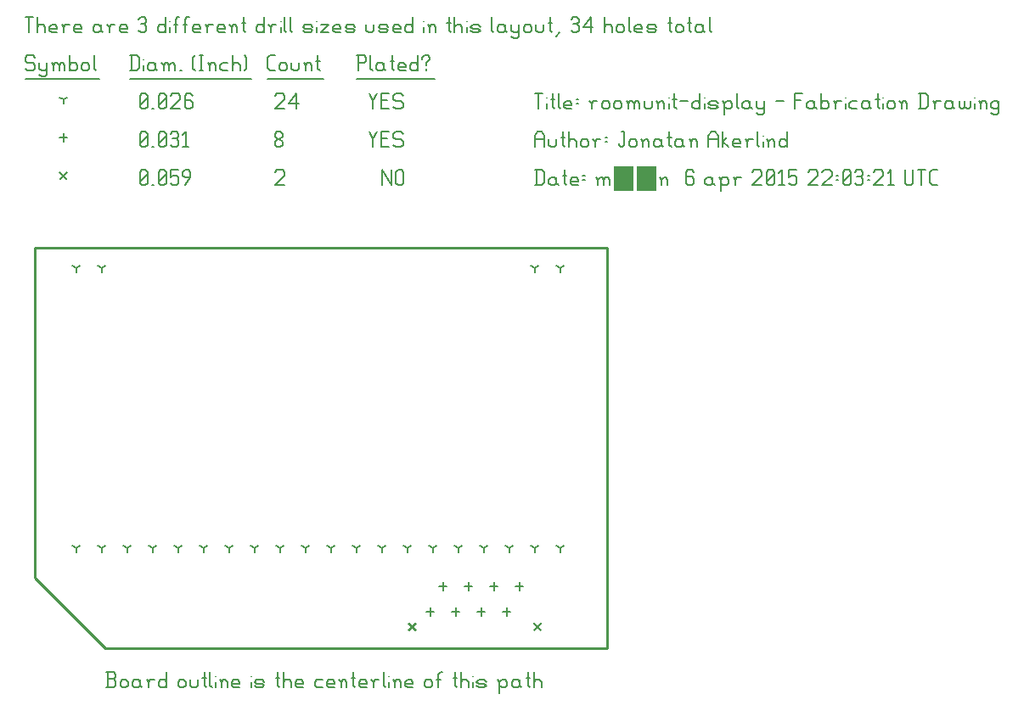
<source format=gbr>
G04 start of page 12 for group -3984 idx -3984 *
G04 Title: roomunit-display, fab *
G04 Creator: pcb 1.99z *
G04 CreationDate: mån  6 apr 2015 22:03:21 UTC *
G04 For: jonatan *
G04 Format: Gerber/RS-274X *
G04 PCB-Dimensions (mil): 2362.20 1653.54 *
G04 PCB-Coordinate-Origin: lower left *
%MOIN*%
%FSLAX25Y25*%
%LNFAB*%
%ADD48C,0.0100*%
%ADD47C,0.0075*%
%ADD46C,0.0060*%
%ADD45C,0.0001*%
G54D45*G36*
X199900Y16320D02*X202866Y13354D01*
X202300Y12789D01*
X199334Y15754D01*
X199900Y16320D01*
G37*
G36*
X199334Y13354D02*X202300Y16320D01*
X202866Y15754D01*
X199900Y12789D01*
X199334Y13354D01*
G37*
G36*
X150700Y16320D02*X153666Y13354D01*
X153100Y12789D01*
X150134Y15754D01*
X150700Y16320D01*
G37*
G36*
X150134Y13354D02*X153100Y16320D01*
X153666Y15754D01*
X150700Y12789D01*
X150134Y13354D01*
G37*
G36*
X13800Y193370D02*X16766Y190404D01*
X16200Y189839D01*
X13234Y192804D01*
X13800Y193370D01*
G37*
G36*
X13234Y190404D02*X16200Y193370D01*
X16766Y192804D01*
X13800Y189839D01*
X13234Y190404D01*
G37*
G54D46*X140000Y193854D02*Y187854D01*
Y193854D02*X143750Y187854D01*
Y193854D02*Y187854D01*
X145550Y193104D02*Y188604D01*
Y193104D02*X146300Y193854D01*
X147800D01*
X148550Y193104D01*
Y188604D01*
X147800Y187854D02*X148550Y188604D01*
X146300Y187854D02*X147800D01*
X145550Y188604D02*X146300Y187854D01*
X98000Y193104D02*X98750Y193854D01*
X101000D01*
X101750Y193104D01*
Y191604D01*
X98000Y187854D02*X101750Y191604D01*
X98000Y187854D02*X101750D01*
X45000Y188604D02*X45750Y187854D01*
X45000Y193104D02*Y188604D01*
Y193104D02*X45750Y193854D01*
X47250D01*
X48000Y193104D01*
Y188604D01*
X47250Y187854D02*X48000Y188604D01*
X45750Y187854D02*X47250D01*
X45000Y189354D02*X48000Y192354D01*
X49800Y187854D02*X50550D01*
X52350Y188604D02*X53100Y187854D01*
X52350Y193104D02*Y188604D01*
Y193104D02*X53100Y193854D01*
X54600D01*
X55350Y193104D01*
Y188604D01*
X54600Y187854D02*X55350Y188604D01*
X53100Y187854D02*X54600D01*
X52350Y189354D02*X55350Y192354D01*
X57150Y193854D02*X60150D01*
X57150D02*Y190854D01*
X57900Y191604D01*
X59400D01*
X60150Y190854D01*
Y188604D01*
X59400Y187854D02*X60150Y188604D01*
X57900Y187854D02*X59400D01*
X57150Y188604D02*X57900Y187854D01*
X62700D02*X64950Y190854D01*
Y193104D02*Y190854D01*
X64200Y193854D02*X64950Y193104D01*
X62700Y193854D02*X64200D01*
X61950Y193104D02*X62700Y193854D01*
X61950Y193104D02*Y191604D01*
X62700Y190854D01*
X64950D01*
X189000Y21954D02*Y18754D01*
X187400Y20354D02*X190600D01*
X179000Y21954D02*Y18754D01*
X177400Y20354D02*X180600D01*
X169000Y21954D02*Y18754D01*
X167400Y20354D02*X170600D01*
X159000Y21954D02*Y18754D01*
X157400Y20354D02*X160600D01*
X184000Y31954D02*Y28754D01*
X182400Y30354D02*X185600D01*
X174000Y31954D02*Y28754D01*
X172400Y30354D02*X175600D01*
X164000Y31954D02*Y28754D01*
X162400Y30354D02*X165600D01*
X194000Y31954D02*Y28754D01*
X192400Y30354D02*X195600D01*
X15000Y208204D02*Y205004D01*
X13400Y206604D02*X16600D01*
X135000Y208854D02*X136500Y205854D01*
X138000Y208854D01*
X136500Y205854D02*Y202854D01*
X139800Y206154D02*X142050D01*
X139800Y202854D02*X142800D01*
X139800Y208854D02*Y202854D01*
Y208854D02*X142800D01*
X147600D02*X148350Y208104D01*
X145350Y208854D02*X147600D01*
X144600Y208104D02*X145350Y208854D01*
X144600Y208104D02*Y206604D01*
X145350Y205854D01*
X147600D01*
X148350Y205104D01*
Y203604D01*
X147600Y202854D02*X148350Y203604D01*
X145350Y202854D02*X147600D01*
X144600Y203604D02*X145350Y202854D01*
X98000Y203604D02*X98750Y202854D01*
X98000Y204804D02*Y203604D01*
Y204804D02*X99050Y205854D01*
X99950D01*
X101000Y204804D01*
Y203604D01*
X100250Y202854D02*X101000Y203604D01*
X98750Y202854D02*X100250D01*
X98000Y206904D02*X99050Y205854D01*
X98000Y208104D02*Y206904D01*
Y208104D02*X98750Y208854D01*
X100250D01*
X101000Y208104D01*
Y206904D01*
X99950Y205854D02*X101000Y206904D01*
X45000Y203604D02*X45750Y202854D01*
X45000Y208104D02*Y203604D01*
Y208104D02*X45750Y208854D01*
X47250D01*
X48000Y208104D01*
Y203604D01*
X47250Y202854D02*X48000Y203604D01*
X45750Y202854D02*X47250D01*
X45000Y204354D02*X48000Y207354D01*
X49800Y202854D02*X50550D01*
X52350Y203604D02*X53100Y202854D01*
X52350Y208104D02*Y203604D01*
Y208104D02*X53100Y208854D01*
X54600D01*
X55350Y208104D01*
Y203604D01*
X54600Y202854D02*X55350Y203604D01*
X53100Y202854D02*X54600D01*
X52350Y204354D02*X55350Y207354D01*
X57150Y208104D02*X57900Y208854D01*
X59400D01*
X60150Y208104D01*
X59400Y202854D02*X60150Y203604D01*
X57900Y202854D02*X59400D01*
X57150Y203604D02*X57900Y202854D01*
Y206154D02*X59400D01*
X60150Y208104D02*Y206904D01*
Y205404D02*Y203604D01*
Y205404D02*X59400Y206154D01*
X60150Y206904D02*X59400Y206154D01*
X61950Y207654D02*X63150Y208854D01*
Y202854D01*
X61950D02*X64200D01*
X20000Y155354D02*Y153754D01*
Y155354D02*X21387Y156154D01*
X20000Y155354D02*X18613Y156154D01*
X30000Y155354D02*Y153754D01*
Y155354D02*X31387Y156154D01*
X30000Y155354D02*X28613Y156154D01*
X200000Y155354D02*Y153754D01*
Y155354D02*X201387Y156154D01*
X200000Y155354D02*X198613Y156154D01*
X210000Y155354D02*Y153754D01*
Y155354D02*X211387Y156154D01*
X210000Y155354D02*X208613Y156154D01*
X210000Y45354D02*Y43754D01*
Y45354D02*X211387Y46154D01*
X210000Y45354D02*X208613Y46154D01*
X200000Y45354D02*Y43754D01*
Y45354D02*X201387Y46154D01*
X200000Y45354D02*X198613Y46154D01*
X190000Y45354D02*Y43754D01*
Y45354D02*X191387Y46154D01*
X190000Y45354D02*X188613Y46154D01*
X180000Y45354D02*Y43754D01*
Y45354D02*X181387Y46154D01*
X180000Y45354D02*X178613Y46154D01*
X170000Y45354D02*Y43754D01*
Y45354D02*X171387Y46154D01*
X170000Y45354D02*X168613Y46154D01*
X160000Y45354D02*Y43754D01*
Y45354D02*X161387Y46154D01*
X160000Y45354D02*X158613Y46154D01*
X150000Y45354D02*Y43754D01*
Y45354D02*X151387Y46154D01*
X150000Y45354D02*X148613Y46154D01*
X140000Y45354D02*Y43754D01*
Y45354D02*X141387Y46154D01*
X140000Y45354D02*X138613Y46154D01*
X130000Y45354D02*Y43754D01*
Y45354D02*X131387Y46154D01*
X130000Y45354D02*X128613Y46154D01*
X120000Y45354D02*Y43754D01*
Y45354D02*X121387Y46154D01*
X120000Y45354D02*X118613Y46154D01*
X110000Y45354D02*Y43754D01*
Y45354D02*X111387Y46154D01*
X110000Y45354D02*X108613Y46154D01*
X100000Y45354D02*Y43754D01*
Y45354D02*X101387Y46154D01*
X100000Y45354D02*X98613Y46154D01*
X90000Y45354D02*Y43754D01*
Y45354D02*X91387Y46154D01*
X90000Y45354D02*X88613Y46154D01*
X80000Y45354D02*Y43754D01*
Y45354D02*X81387Y46154D01*
X80000Y45354D02*X78613Y46154D01*
X70000Y45354D02*Y43754D01*
Y45354D02*X71387Y46154D01*
X70000Y45354D02*X68613Y46154D01*
X60000Y45354D02*Y43754D01*
Y45354D02*X61387Y46154D01*
X60000Y45354D02*X58613Y46154D01*
X50000Y45354D02*Y43754D01*
Y45354D02*X51387Y46154D01*
X50000Y45354D02*X48613Y46154D01*
X40000Y45354D02*Y43754D01*
Y45354D02*X41387Y46154D01*
X40000Y45354D02*X38613Y46154D01*
X30000Y45354D02*Y43754D01*
Y45354D02*X31387Y46154D01*
X30000Y45354D02*X28613Y46154D01*
X20000Y45354D02*Y43754D01*
Y45354D02*X21387Y46154D01*
X20000Y45354D02*X18613Y46154D01*
X15000Y221604D02*Y220004D01*
Y221604D02*X16387Y222404D01*
X15000Y221604D02*X13613Y222404D01*
X135000Y223854D02*X136500Y220854D01*
X138000Y223854D01*
X136500Y220854D02*Y217854D01*
X139800Y221154D02*X142050D01*
X139800Y217854D02*X142800D01*
X139800Y223854D02*Y217854D01*
Y223854D02*X142800D01*
X147600D02*X148350Y223104D01*
X145350Y223854D02*X147600D01*
X144600Y223104D02*X145350Y223854D01*
X144600Y223104D02*Y221604D01*
X145350Y220854D01*
X147600D01*
X148350Y220104D01*
Y218604D01*
X147600Y217854D02*X148350Y218604D01*
X145350Y217854D02*X147600D01*
X144600Y218604D02*X145350Y217854D01*
X98000Y223104D02*X98750Y223854D01*
X101000D01*
X101750Y223104D01*
Y221604D01*
X98000Y217854D02*X101750Y221604D01*
X98000Y217854D02*X101750D01*
X103550Y220104D02*X106550Y223854D01*
X103550Y220104D02*X107300D01*
X106550Y223854D02*Y217854D01*
X45000Y218604D02*X45750Y217854D01*
X45000Y223104D02*Y218604D01*
Y223104D02*X45750Y223854D01*
X47250D01*
X48000Y223104D01*
Y218604D01*
X47250Y217854D02*X48000Y218604D01*
X45750Y217854D02*X47250D01*
X45000Y219354D02*X48000Y222354D01*
X49800Y217854D02*X50550D01*
X52350Y218604D02*X53100Y217854D01*
X52350Y223104D02*Y218604D01*
Y223104D02*X53100Y223854D01*
X54600D01*
X55350Y223104D01*
Y218604D01*
X54600Y217854D02*X55350Y218604D01*
X53100Y217854D02*X54600D01*
X52350Y219354D02*X55350Y222354D01*
X57150Y223104D02*X57900Y223854D01*
X60150D01*
X60900Y223104D01*
Y221604D01*
X57150Y217854D02*X60900Y221604D01*
X57150Y217854D02*X60900D01*
X64950Y223854D02*X65700Y223104D01*
X63450Y223854D02*X64950D01*
X62700Y223104D02*X63450Y223854D01*
X62700Y223104D02*Y218604D01*
X63450Y217854D01*
X64950Y221154D02*X65700Y220404D01*
X62700Y221154D02*X64950D01*
X63450Y217854D02*X64950D01*
X65700Y218604D01*
Y220404D02*Y218604D01*
X3000Y238854D02*X3750Y238104D01*
X750Y238854D02*X3000D01*
X0Y238104D02*X750Y238854D01*
X0Y238104D02*Y236604D01*
X750Y235854D01*
X3000D01*
X3750Y235104D01*
Y233604D01*
X3000Y232854D02*X3750Y233604D01*
X750Y232854D02*X3000D01*
X0Y233604D02*X750Y232854D01*
X5550Y235854D02*Y233604D01*
X6300Y232854D01*
X8550Y235854D02*Y231354D01*
X7800Y230604D02*X8550Y231354D01*
X6300Y230604D02*X7800D01*
X5550Y231354D02*X6300Y230604D01*
Y232854D02*X7800D01*
X8550Y233604D01*
X11100Y235104D02*Y232854D01*
Y235104D02*X11850Y235854D01*
X12600D01*
X13350Y235104D01*
Y232854D01*
Y235104D02*X14100Y235854D01*
X14850D01*
X15600Y235104D01*
Y232854D01*
X10350Y235854D02*X11100Y235104D01*
X17400Y238854D02*Y232854D01*
Y233604D02*X18150Y232854D01*
X19650D01*
X20400Y233604D01*
Y235104D02*Y233604D01*
X19650Y235854D02*X20400Y235104D01*
X18150Y235854D02*X19650D01*
X17400Y235104D02*X18150Y235854D01*
X22200Y235104D02*Y233604D01*
Y235104D02*X22950Y235854D01*
X24450D01*
X25200Y235104D01*
Y233604D01*
X24450Y232854D02*X25200Y233604D01*
X22950Y232854D02*X24450D01*
X22200Y233604D02*X22950Y232854D01*
X27000Y238854D02*Y233604D01*
X27750Y232854D01*
X0Y229604D02*X29250D01*
X41750Y238854D02*Y232854D01*
X43700Y238854D02*X44750Y237804D01*
Y233904D01*
X43700Y232854D02*X44750Y233904D01*
X41000Y232854D02*X43700D01*
X41000Y238854D02*X43700D01*
G54D47*X46550Y237354D02*Y237204D01*
G54D46*Y235104D02*Y232854D01*
X50300Y235854D02*X51050Y235104D01*
X48800Y235854D02*X50300D01*
X48050Y235104D02*X48800Y235854D01*
X48050Y235104D02*Y233604D01*
X48800Y232854D01*
X51050Y235854D02*Y233604D01*
X51800Y232854D01*
X48800D02*X50300D01*
X51050Y233604D01*
X54350Y235104D02*Y232854D01*
Y235104D02*X55100Y235854D01*
X55850D01*
X56600Y235104D01*
Y232854D01*
Y235104D02*X57350Y235854D01*
X58100D01*
X58850Y235104D01*
Y232854D01*
X53600Y235854D02*X54350Y235104D01*
X60650Y232854D02*X61400D01*
X65900Y233604D02*X66650Y232854D01*
X65900Y238104D02*X66650Y238854D01*
X65900Y238104D02*Y233604D01*
X68450Y238854D02*X69950D01*
X69200D02*Y232854D01*
X68450D02*X69950D01*
X72500Y235104D02*Y232854D01*
Y235104D02*X73250Y235854D01*
X74000D01*
X74750Y235104D01*
Y232854D01*
X71750Y235854D02*X72500Y235104D01*
X77300Y235854D02*X79550D01*
X76550Y235104D02*X77300Y235854D01*
X76550Y235104D02*Y233604D01*
X77300Y232854D01*
X79550D01*
X81350Y238854D02*Y232854D01*
Y235104D02*X82100Y235854D01*
X83600D01*
X84350Y235104D01*
Y232854D01*
X86150Y238854D02*X86900Y238104D01*
Y233604D01*
X86150Y232854D02*X86900Y233604D01*
X41000Y229604D02*X88700D01*
X96050Y232854D02*X98000D01*
X95000Y233904D02*X96050Y232854D01*
X95000Y237804D02*Y233904D01*
Y237804D02*X96050Y238854D01*
X98000D01*
X99800Y235104D02*Y233604D01*
Y235104D02*X100550Y235854D01*
X102050D01*
X102800Y235104D01*
Y233604D01*
X102050Y232854D02*X102800Y233604D01*
X100550Y232854D02*X102050D01*
X99800Y233604D02*X100550Y232854D01*
X104600Y235854D02*Y233604D01*
X105350Y232854D01*
X106850D01*
X107600Y233604D01*
Y235854D02*Y233604D01*
X110150Y235104D02*Y232854D01*
Y235104D02*X110900Y235854D01*
X111650D01*
X112400Y235104D01*
Y232854D01*
X109400Y235854D02*X110150Y235104D01*
X114950Y238854D02*Y233604D01*
X115700Y232854D01*
X114200Y236604D02*X115700D01*
X95000Y229604D02*X117200D01*
X130750Y238854D02*Y232854D01*
X130000Y238854D02*X133000D01*
X133750Y238104D01*
Y236604D01*
X133000Y235854D02*X133750Y236604D01*
X130750Y235854D02*X133000D01*
X135550Y238854D02*Y233604D01*
X136300Y232854D01*
X140050Y235854D02*X140800Y235104D01*
X138550Y235854D02*X140050D01*
X137800Y235104D02*X138550Y235854D01*
X137800Y235104D02*Y233604D01*
X138550Y232854D01*
X140800Y235854D02*Y233604D01*
X141550Y232854D01*
X138550D02*X140050D01*
X140800Y233604D01*
X144100Y238854D02*Y233604D01*
X144850Y232854D01*
X143350Y236604D02*X144850D01*
X147100Y232854D02*X149350D01*
X146350Y233604D02*X147100Y232854D01*
X146350Y235104D02*Y233604D01*
Y235104D02*X147100Y235854D01*
X148600D01*
X149350Y235104D01*
X146350Y234354D02*X149350D01*
Y235104D02*Y234354D01*
X154150Y238854D02*Y232854D01*
X153400D02*X154150Y233604D01*
X151900Y232854D02*X153400D01*
X151150Y233604D02*X151900Y232854D01*
X151150Y235104D02*Y233604D01*
Y235104D02*X151900Y235854D01*
X153400D01*
X154150Y235104D01*
X157450Y235854D02*Y235104D01*
Y233604D02*Y232854D01*
X155950Y238104D02*Y237354D01*
Y238104D02*X156700Y238854D01*
X158200D01*
X158950Y238104D01*
Y237354D01*
X157450Y235854D02*X158950Y237354D01*
X130000Y229604D02*X160750D01*
X0Y253854D02*X3000D01*
X1500D02*Y247854D01*
X4800Y253854D02*Y247854D01*
Y250104D02*X5550Y250854D01*
X7050D01*
X7800Y250104D01*
Y247854D01*
X10350D02*X12600D01*
X9600Y248604D02*X10350Y247854D01*
X9600Y250104D02*Y248604D01*
Y250104D02*X10350Y250854D01*
X11850D01*
X12600Y250104D01*
X9600Y249354D02*X12600D01*
Y250104D02*Y249354D01*
X15150Y250104D02*Y247854D01*
Y250104D02*X15900Y250854D01*
X17400D01*
X14400D02*X15150Y250104D01*
X19950Y247854D02*X22200D01*
X19200Y248604D02*X19950Y247854D01*
X19200Y250104D02*Y248604D01*
Y250104D02*X19950Y250854D01*
X21450D01*
X22200Y250104D01*
X19200Y249354D02*X22200D01*
Y250104D02*Y249354D01*
X28950Y250854D02*X29700Y250104D01*
X27450Y250854D02*X28950D01*
X26700Y250104D02*X27450Y250854D01*
X26700Y250104D02*Y248604D01*
X27450Y247854D01*
X29700Y250854D02*Y248604D01*
X30450Y247854D01*
X27450D02*X28950D01*
X29700Y248604D01*
X33000Y250104D02*Y247854D01*
Y250104D02*X33750Y250854D01*
X35250D01*
X32250D02*X33000Y250104D01*
X37800Y247854D02*X40050D01*
X37050Y248604D02*X37800Y247854D01*
X37050Y250104D02*Y248604D01*
Y250104D02*X37800Y250854D01*
X39300D01*
X40050Y250104D01*
X37050Y249354D02*X40050D01*
Y250104D02*Y249354D01*
X44550Y253104D02*X45300Y253854D01*
X46800D01*
X47550Y253104D01*
X46800Y247854D02*X47550Y248604D01*
X45300Y247854D02*X46800D01*
X44550Y248604D02*X45300Y247854D01*
Y251154D02*X46800D01*
X47550Y253104D02*Y251904D01*
Y250404D02*Y248604D01*
Y250404D02*X46800Y251154D01*
X47550Y251904D02*X46800Y251154D01*
X55050Y253854D02*Y247854D01*
X54300D02*X55050Y248604D01*
X52800Y247854D02*X54300D01*
X52050Y248604D02*X52800Y247854D01*
X52050Y250104D02*Y248604D01*
Y250104D02*X52800Y250854D01*
X54300D01*
X55050Y250104D01*
G54D47*X56850Y252354D02*Y252204D01*
G54D46*Y250104D02*Y247854D01*
X59100Y253104D02*Y247854D01*
Y253104D02*X59850Y253854D01*
X60600D01*
X58350Y250854D02*X59850D01*
X62850Y253104D02*Y247854D01*
Y253104D02*X63600Y253854D01*
X64350D01*
X62100Y250854D02*X63600D01*
X66600Y247854D02*X68850D01*
X65850Y248604D02*X66600Y247854D01*
X65850Y250104D02*Y248604D01*
Y250104D02*X66600Y250854D01*
X68100D01*
X68850Y250104D01*
X65850Y249354D02*X68850D01*
Y250104D02*Y249354D01*
X71400Y250104D02*Y247854D01*
Y250104D02*X72150Y250854D01*
X73650D01*
X70650D02*X71400Y250104D01*
X76200Y247854D02*X78450D01*
X75450Y248604D02*X76200Y247854D01*
X75450Y250104D02*Y248604D01*
Y250104D02*X76200Y250854D01*
X77700D01*
X78450Y250104D01*
X75450Y249354D02*X78450D01*
Y250104D02*Y249354D01*
X81000Y250104D02*Y247854D01*
Y250104D02*X81750Y250854D01*
X82500D01*
X83250Y250104D01*
Y247854D01*
X80250Y250854D02*X81000Y250104D01*
X85800Y253854D02*Y248604D01*
X86550Y247854D01*
X85050Y251604D02*X86550D01*
X93750Y253854D02*Y247854D01*
X93000D02*X93750Y248604D01*
X91500Y247854D02*X93000D01*
X90750Y248604D02*X91500Y247854D01*
X90750Y250104D02*Y248604D01*
Y250104D02*X91500Y250854D01*
X93000D01*
X93750Y250104D01*
X96300D02*Y247854D01*
Y250104D02*X97050Y250854D01*
X98550D01*
X95550D02*X96300Y250104D01*
G54D47*X100350Y252354D02*Y252204D01*
G54D46*Y250104D02*Y247854D01*
X101850Y253854D02*Y248604D01*
X102600Y247854D01*
X104100Y253854D02*Y248604D01*
X104850Y247854D01*
X109800D02*X112050D01*
X112800Y248604D01*
X112050Y249354D02*X112800Y248604D01*
X109800Y249354D02*X112050D01*
X109050Y250104D02*X109800Y249354D01*
X109050Y250104D02*X109800Y250854D01*
X112050D01*
X112800Y250104D01*
X109050Y248604D02*X109800Y247854D01*
G54D47*X114600Y252354D02*Y252204D01*
G54D46*Y250104D02*Y247854D01*
X116100Y250854D02*X119100D01*
X116100Y247854D02*X119100Y250854D01*
X116100Y247854D02*X119100D01*
X121650D02*X123900D01*
X120900Y248604D02*X121650Y247854D01*
X120900Y250104D02*Y248604D01*
Y250104D02*X121650Y250854D01*
X123150D01*
X123900Y250104D01*
X120900Y249354D02*X123900D01*
Y250104D02*Y249354D01*
X126450Y247854D02*X128700D01*
X129450Y248604D01*
X128700Y249354D02*X129450Y248604D01*
X126450Y249354D02*X128700D01*
X125700Y250104D02*X126450Y249354D01*
X125700Y250104D02*X126450Y250854D01*
X128700D01*
X129450Y250104D01*
X125700Y248604D02*X126450Y247854D01*
X133950Y250854D02*Y248604D01*
X134700Y247854D01*
X136200D01*
X136950Y248604D01*
Y250854D02*Y248604D01*
X139500Y247854D02*X141750D01*
X142500Y248604D01*
X141750Y249354D02*X142500Y248604D01*
X139500Y249354D02*X141750D01*
X138750Y250104D02*X139500Y249354D01*
X138750Y250104D02*X139500Y250854D01*
X141750D01*
X142500Y250104D01*
X138750Y248604D02*X139500Y247854D01*
X145050D02*X147300D01*
X144300Y248604D02*X145050Y247854D01*
X144300Y250104D02*Y248604D01*
Y250104D02*X145050Y250854D01*
X146550D01*
X147300Y250104D01*
X144300Y249354D02*X147300D01*
Y250104D02*Y249354D01*
X152100Y253854D02*Y247854D01*
X151350D02*X152100Y248604D01*
X149850Y247854D02*X151350D01*
X149100Y248604D02*X149850Y247854D01*
X149100Y250104D02*Y248604D01*
Y250104D02*X149850Y250854D01*
X151350D01*
X152100Y250104D01*
G54D47*X156600Y252354D02*Y252204D01*
G54D46*Y250104D02*Y247854D01*
X158850Y250104D02*Y247854D01*
Y250104D02*X159600Y250854D01*
X160350D01*
X161100Y250104D01*
Y247854D01*
X158100Y250854D02*X158850Y250104D01*
X166350Y253854D02*Y248604D01*
X167100Y247854D01*
X165600Y251604D02*X167100D01*
X168600Y253854D02*Y247854D01*
Y250104D02*X169350Y250854D01*
X170850D01*
X171600Y250104D01*
Y247854D01*
G54D47*X173400Y252354D02*Y252204D01*
G54D46*Y250104D02*Y247854D01*
X175650D02*X177900D01*
X178650Y248604D01*
X177900Y249354D02*X178650Y248604D01*
X175650Y249354D02*X177900D01*
X174900Y250104D02*X175650Y249354D01*
X174900Y250104D02*X175650Y250854D01*
X177900D01*
X178650Y250104D01*
X174900Y248604D02*X175650Y247854D01*
X183150Y253854D02*Y248604D01*
X183900Y247854D01*
X187650Y250854D02*X188400Y250104D01*
X186150Y250854D02*X187650D01*
X185400Y250104D02*X186150Y250854D01*
X185400Y250104D02*Y248604D01*
X186150Y247854D01*
X188400Y250854D02*Y248604D01*
X189150Y247854D01*
X186150D02*X187650D01*
X188400Y248604D01*
X190950Y250854D02*Y248604D01*
X191700Y247854D01*
X193950Y250854D02*Y246354D01*
X193200Y245604D02*X193950Y246354D01*
X191700Y245604D02*X193200D01*
X190950Y246354D02*X191700Y245604D01*
Y247854D02*X193200D01*
X193950Y248604D01*
X195750Y250104D02*Y248604D01*
Y250104D02*X196500Y250854D01*
X198000D01*
X198750Y250104D01*
Y248604D01*
X198000Y247854D02*X198750Y248604D01*
X196500Y247854D02*X198000D01*
X195750Y248604D02*X196500Y247854D01*
X200550Y250854D02*Y248604D01*
X201300Y247854D01*
X202800D01*
X203550Y248604D01*
Y250854D02*Y248604D01*
X206100Y253854D02*Y248604D01*
X206850Y247854D01*
X205350Y251604D02*X206850D01*
X208350Y246354D02*X209850Y247854D01*
X214350Y253104D02*X215100Y253854D01*
X216600D01*
X217350Y253104D01*
X216600Y247854D02*X217350Y248604D01*
X215100Y247854D02*X216600D01*
X214350Y248604D02*X215100Y247854D01*
Y251154D02*X216600D01*
X217350Y253104D02*Y251904D01*
Y250404D02*Y248604D01*
Y250404D02*X216600Y251154D01*
X217350Y251904D02*X216600Y251154D01*
X219150Y250104D02*X222150Y253854D01*
X219150Y250104D02*X222900D01*
X222150Y253854D02*Y247854D01*
X227400Y253854D02*Y247854D01*
Y250104D02*X228150Y250854D01*
X229650D01*
X230400Y250104D01*
Y247854D01*
X232200Y250104D02*Y248604D01*
Y250104D02*X232950Y250854D01*
X234450D01*
X235200Y250104D01*
Y248604D01*
X234450Y247854D02*X235200Y248604D01*
X232950Y247854D02*X234450D01*
X232200Y248604D02*X232950Y247854D01*
X237000Y253854D02*Y248604D01*
X237750Y247854D01*
X240000D02*X242250D01*
X239250Y248604D02*X240000Y247854D01*
X239250Y250104D02*Y248604D01*
Y250104D02*X240000Y250854D01*
X241500D01*
X242250Y250104D01*
X239250Y249354D02*X242250D01*
Y250104D02*Y249354D01*
X244800Y247854D02*X247050D01*
X247800Y248604D01*
X247050Y249354D02*X247800Y248604D01*
X244800Y249354D02*X247050D01*
X244050Y250104D02*X244800Y249354D01*
X244050Y250104D02*X244800Y250854D01*
X247050D01*
X247800Y250104D01*
X244050Y248604D02*X244800Y247854D01*
X253050Y253854D02*Y248604D01*
X253800Y247854D01*
X252300Y251604D02*X253800D01*
X255300Y250104D02*Y248604D01*
Y250104D02*X256050Y250854D01*
X257550D01*
X258300Y250104D01*
Y248604D01*
X257550Y247854D02*X258300Y248604D01*
X256050Y247854D02*X257550D01*
X255300Y248604D02*X256050Y247854D01*
X260850Y253854D02*Y248604D01*
X261600Y247854D01*
X260100Y251604D02*X261600D01*
X265350Y250854D02*X266100Y250104D01*
X263850Y250854D02*X265350D01*
X263100Y250104D02*X263850Y250854D01*
X263100Y250104D02*Y248604D01*
X263850Y247854D01*
X266100Y250854D02*Y248604D01*
X266850Y247854D01*
X263850D02*X265350D01*
X266100Y248604D01*
X268650Y253854D02*Y248604D01*
X269400Y247854D01*
G54D48*X3937Y33465D02*X31496Y5906D01*
X228346D01*
Y163386D01*
X3937D01*
Y33465D01*
G54D46*X31785Y-9500D02*X34785D01*
X35535Y-8750D01*
Y-6950D02*Y-8750D01*
X34785Y-6200D02*X35535Y-6950D01*
X32535Y-6200D02*X34785D01*
X32535Y-3500D02*Y-9500D01*
X31785Y-3500D02*X34785D01*
X35535Y-4250D01*
Y-5450D01*
X34785Y-6200D02*X35535Y-5450D01*
X37335Y-7250D02*Y-8750D01*
Y-7250D02*X38085Y-6500D01*
X39585D01*
X40335Y-7250D01*
Y-8750D01*
X39585Y-9500D02*X40335Y-8750D01*
X38085Y-9500D02*X39585D01*
X37335Y-8750D02*X38085Y-9500D01*
X44385Y-6500D02*X45135Y-7250D01*
X42885Y-6500D02*X44385D01*
X42135Y-7250D02*X42885Y-6500D01*
X42135Y-7250D02*Y-8750D01*
X42885Y-9500D01*
X45135Y-6500D02*Y-8750D01*
X45885Y-9500D01*
X42885D02*X44385D01*
X45135Y-8750D01*
X48435Y-7250D02*Y-9500D01*
Y-7250D02*X49185Y-6500D01*
X50685D01*
X47685D02*X48435Y-7250D01*
X55485Y-3500D02*Y-9500D01*
X54735D02*X55485Y-8750D01*
X53235Y-9500D02*X54735D01*
X52485Y-8750D02*X53235Y-9500D01*
X52485Y-7250D02*Y-8750D01*
Y-7250D02*X53235Y-6500D01*
X54735D01*
X55485Y-7250D01*
X59985D02*Y-8750D01*
Y-7250D02*X60735Y-6500D01*
X62235D01*
X62985Y-7250D01*
Y-8750D01*
X62235Y-9500D02*X62985Y-8750D01*
X60735Y-9500D02*X62235D01*
X59985Y-8750D02*X60735Y-9500D01*
X64785Y-6500D02*Y-8750D01*
X65535Y-9500D01*
X67035D01*
X67785Y-8750D01*
Y-6500D02*Y-8750D01*
X70335Y-3500D02*Y-8750D01*
X71085Y-9500D01*
X69585Y-5750D02*X71085D01*
X72585Y-3500D02*Y-8750D01*
X73335Y-9500D01*
G54D47*X74835Y-5000D02*Y-5150D01*
G54D46*Y-7250D02*Y-9500D01*
X77085Y-7250D02*Y-9500D01*
Y-7250D02*X77835Y-6500D01*
X78585D01*
X79335Y-7250D01*
Y-9500D01*
X76335Y-6500D02*X77085Y-7250D01*
X81885Y-9500D02*X84135D01*
X81135Y-8750D02*X81885Y-9500D01*
X81135Y-7250D02*Y-8750D01*
Y-7250D02*X81885Y-6500D01*
X83385D01*
X84135Y-7250D01*
X81135Y-8000D02*X84135D01*
Y-7250D02*Y-8000D01*
G54D47*X88635Y-5000D02*Y-5150D01*
G54D46*Y-7250D02*Y-9500D01*
X90885D02*X93135D01*
X93885Y-8750D01*
X93135Y-8000D02*X93885Y-8750D01*
X90885Y-8000D02*X93135D01*
X90135Y-7250D02*X90885Y-8000D01*
X90135Y-7250D02*X90885Y-6500D01*
X93135D01*
X93885Y-7250D01*
X90135Y-8750D02*X90885Y-9500D01*
X99135Y-3500D02*Y-8750D01*
X99885Y-9500D01*
X98385Y-5750D02*X99885D01*
X101385Y-3500D02*Y-9500D01*
Y-7250D02*X102135Y-6500D01*
X103635D01*
X104385Y-7250D01*
Y-9500D01*
X106935D02*X109185D01*
X106185Y-8750D02*X106935Y-9500D01*
X106185Y-7250D02*Y-8750D01*
Y-7250D02*X106935Y-6500D01*
X108435D01*
X109185Y-7250D01*
X106185Y-8000D02*X109185D01*
Y-7250D02*Y-8000D01*
X114435Y-6500D02*X116685D01*
X113685Y-7250D02*X114435Y-6500D01*
X113685Y-7250D02*Y-8750D01*
X114435Y-9500D01*
X116685D01*
X119235D02*X121485D01*
X118485Y-8750D02*X119235Y-9500D01*
X118485Y-7250D02*Y-8750D01*
Y-7250D02*X119235Y-6500D01*
X120735D01*
X121485Y-7250D01*
X118485Y-8000D02*X121485D01*
Y-7250D02*Y-8000D01*
X124035Y-7250D02*Y-9500D01*
Y-7250D02*X124785Y-6500D01*
X125535D01*
X126285Y-7250D01*
Y-9500D01*
X123285Y-6500D02*X124035Y-7250D01*
X128835Y-3500D02*Y-8750D01*
X129585Y-9500D01*
X128085Y-5750D02*X129585D01*
X131835Y-9500D02*X134085D01*
X131085Y-8750D02*X131835Y-9500D01*
X131085Y-7250D02*Y-8750D01*
Y-7250D02*X131835Y-6500D01*
X133335D01*
X134085Y-7250D01*
X131085Y-8000D02*X134085D01*
Y-7250D02*Y-8000D01*
X136635Y-7250D02*Y-9500D01*
Y-7250D02*X137385Y-6500D01*
X138885D01*
X135885D02*X136635Y-7250D01*
X140685Y-3500D02*Y-8750D01*
X141435Y-9500D01*
G54D47*X142935Y-5000D02*Y-5150D01*
G54D46*Y-7250D02*Y-9500D01*
X145185Y-7250D02*Y-9500D01*
Y-7250D02*X145935Y-6500D01*
X146685D01*
X147435Y-7250D01*
Y-9500D01*
X144435Y-6500D02*X145185Y-7250D01*
X149985Y-9500D02*X152235D01*
X149235Y-8750D02*X149985Y-9500D01*
X149235Y-7250D02*Y-8750D01*
Y-7250D02*X149985Y-6500D01*
X151485D01*
X152235Y-7250D01*
X149235Y-8000D02*X152235D01*
Y-7250D02*Y-8000D01*
X156735Y-7250D02*Y-8750D01*
Y-7250D02*X157485Y-6500D01*
X158985D01*
X159735Y-7250D01*
Y-8750D01*
X158985Y-9500D02*X159735Y-8750D01*
X157485Y-9500D02*X158985D01*
X156735Y-8750D02*X157485Y-9500D01*
X162285Y-4250D02*Y-9500D01*
Y-4250D02*X163035Y-3500D01*
X163785D01*
X161535Y-6500D02*X163035D01*
X168735Y-3500D02*Y-8750D01*
X169485Y-9500D01*
X167985Y-5750D02*X169485D01*
X170985Y-3500D02*Y-9500D01*
Y-7250D02*X171735Y-6500D01*
X173235D01*
X173985Y-7250D01*
Y-9500D01*
G54D47*X175785Y-5000D02*Y-5150D01*
G54D46*Y-7250D02*Y-9500D01*
X178035D02*X180285D01*
X181035Y-8750D01*
X180285Y-8000D02*X181035Y-8750D01*
X178035Y-8000D02*X180285D01*
X177285Y-7250D02*X178035Y-8000D01*
X177285Y-7250D02*X178035Y-6500D01*
X180285D01*
X181035Y-7250D01*
X177285Y-8750D02*X178035Y-9500D01*
X186285Y-7250D02*Y-11750D01*
X185535Y-6500D02*X186285Y-7250D01*
X187035Y-6500D01*
X188535D01*
X189285Y-7250D01*
Y-8750D01*
X188535Y-9500D02*X189285Y-8750D01*
X187035Y-9500D02*X188535D01*
X186285Y-8750D02*X187035Y-9500D01*
X193335Y-6500D02*X194085Y-7250D01*
X191835Y-6500D02*X193335D01*
X191085Y-7250D02*X191835Y-6500D01*
X191085Y-7250D02*Y-8750D01*
X191835Y-9500D01*
X194085Y-6500D02*Y-8750D01*
X194835Y-9500D01*
X191835D02*X193335D01*
X194085Y-8750D01*
X197385Y-3500D02*Y-8750D01*
X198135Y-9500D01*
X196635Y-5750D02*X198135D01*
X199635Y-3500D02*Y-9500D01*
Y-7250D02*X200385Y-6500D01*
X201885D01*
X202635Y-7250D01*
Y-9500D01*
X200750Y193854D02*Y187854D01*
X202700Y193854D02*X203750Y192804D01*
Y188904D01*
X202700Y187854D02*X203750Y188904D01*
X200000Y187854D02*X202700D01*
X200000Y193854D02*X202700D01*
X207800Y190854D02*X208550Y190104D01*
X206300Y190854D02*X207800D01*
X205550Y190104D02*X206300Y190854D01*
X205550Y190104D02*Y188604D01*
X206300Y187854D01*
X208550Y190854D02*Y188604D01*
X209300Y187854D01*
X206300D02*X207800D01*
X208550Y188604D01*
X211850Y193854D02*Y188604D01*
X212600Y187854D01*
X211100Y191604D02*X212600D01*
X214850Y187854D02*X217100D01*
X214100Y188604D02*X214850Y187854D01*
X214100Y190104D02*Y188604D01*
Y190104D02*X214850Y190854D01*
X216350D01*
X217100Y190104D01*
X214100Y189354D02*X217100D01*
Y190104D02*Y189354D01*
X218900Y191604D02*X219650D01*
X218900Y190104D02*X219650D01*
X224900D02*Y187854D01*
Y190104D02*X225650Y190854D01*
X226400D01*
X227150Y190104D01*
Y187854D01*
Y190104D02*X227900Y190854D01*
X228650D01*
X229400Y190104D01*
Y187854D01*
X224150Y190854D02*X224900Y190104D01*
G54D45*G36*
X231200Y195354D02*Y185604D01*
X238700D01*
Y195354D01*
X231200D01*
G37*
G36*
X240200D02*Y185604D01*
X247700D01*
Y195354D01*
X240200D01*
G37*
G54D46*X249950Y190104D02*Y187854D01*
Y190104D02*X250700Y190854D01*
X251450D01*
X252200Y190104D01*
Y187854D01*
X249200Y190854D02*X249950Y190104D01*
X261650Y193854D02*X262400Y193104D01*
X260150Y193854D02*X261650D01*
X259400Y193104D02*X260150Y193854D01*
X259400Y193104D02*Y188604D01*
X260150Y187854D01*
X261650Y191154D02*X262400Y190404D01*
X259400Y191154D02*X261650D01*
X260150Y187854D02*X261650D01*
X262400Y188604D01*
Y190404D02*Y188604D01*
X269150Y190854D02*X269900Y190104D01*
X267650Y190854D02*X269150D01*
X266900Y190104D02*X267650Y190854D01*
X266900Y190104D02*Y188604D01*
X267650Y187854D01*
X269900Y190854D02*Y188604D01*
X270650Y187854D01*
X267650D02*X269150D01*
X269900Y188604D01*
X273200Y190104D02*Y185604D01*
X272450Y190854D02*X273200Y190104D01*
X273950Y190854D01*
X275450D01*
X276200Y190104D01*
Y188604D01*
X275450Y187854D02*X276200Y188604D01*
X273950Y187854D02*X275450D01*
X273200Y188604D02*X273950Y187854D01*
X278750Y190104D02*Y187854D01*
Y190104D02*X279500Y190854D01*
X281000D01*
X278000D02*X278750Y190104D01*
X285500Y193104D02*X286250Y193854D01*
X288500D01*
X289250Y193104D01*
Y191604D01*
X285500Y187854D02*X289250Y191604D01*
X285500Y187854D02*X289250D01*
X291050Y188604D02*X291800Y187854D01*
X291050Y193104D02*Y188604D01*
Y193104D02*X291800Y193854D01*
X293300D01*
X294050Y193104D01*
Y188604D01*
X293300Y187854D02*X294050Y188604D01*
X291800Y187854D02*X293300D01*
X291050Y189354D02*X294050Y192354D01*
X295850Y192654D02*X297050Y193854D01*
Y187854D01*
X295850D02*X298100D01*
X299900Y193854D02*X302900D01*
X299900D02*Y190854D01*
X300650Y191604D01*
X302150D01*
X302900Y190854D01*
Y188604D01*
X302150Y187854D02*X302900Y188604D01*
X300650Y187854D02*X302150D01*
X299900Y188604D02*X300650Y187854D01*
X307400Y193104D02*X308150Y193854D01*
X310400D01*
X311150Y193104D01*
Y191604D01*
X307400Y187854D02*X311150Y191604D01*
X307400Y187854D02*X311150D01*
X312950Y193104D02*X313700Y193854D01*
X315950D01*
X316700Y193104D01*
Y191604D01*
X312950Y187854D02*X316700Y191604D01*
X312950Y187854D02*X316700D01*
X318500Y191604D02*X319250D01*
X318500Y190104D02*X319250D01*
X321050Y188604D02*X321800Y187854D01*
X321050Y193104D02*Y188604D01*
Y193104D02*X321800Y193854D01*
X323300D01*
X324050Y193104D01*
Y188604D01*
X323300Y187854D02*X324050Y188604D01*
X321800Y187854D02*X323300D01*
X321050Y189354D02*X324050Y192354D01*
X325850Y193104D02*X326600Y193854D01*
X328100D01*
X328850Y193104D01*
X328100Y187854D02*X328850Y188604D01*
X326600Y187854D02*X328100D01*
X325850Y188604D02*X326600Y187854D01*
Y191154D02*X328100D01*
X328850Y193104D02*Y191904D01*
Y190404D02*Y188604D01*
Y190404D02*X328100Y191154D01*
X328850Y191904D02*X328100Y191154D01*
X330650Y191604D02*X331400D01*
X330650Y190104D02*X331400D01*
X333200Y193104D02*X333950Y193854D01*
X336200D01*
X336950Y193104D01*
Y191604D01*
X333200Y187854D02*X336950Y191604D01*
X333200Y187854D02*X336950D01*
X338750Y192654D02*X339950Y193854D01*
Y187854D01*
X338750D02*X341000D01*
X345500Y193854D02*Y188604D01*
X346250Y187854D01*
X347750D01*
X348500Y188604D01*
Y193854D02*Y188604D01*
X350300Y193854D02*X353300D01*
X351800D02*Y187854D01*
X356150D02*X358100D01*
X355100Y188904D02*X356150Y187854D01*
X355100Y192804D02*Y188904D01*
Y192804D02*X356150Y193854D01*
X358100D01*
X200000Y207354D02*Y202854D01*
Y207354D02*X201050Y208854D01*
X202700D01*
X203750Y207354D01*
Y202854D01*
X200000Y205854D02*X203750D01*
X205550D02*Y203604D01*
X206300Y202854D01*
X207800D01*
X208550Y203604D01*
Y205854D02*Y203604D01*
X211100Y208854D02*Y203604D01*
X211850Y202854D01*
X210350Y206604D02*X211850D01*
X213350Y208854D02*Y202854D01*
Y205104D02*X214100Y205854D01*
X215600D01*
X216350Y205104D01*
Y202854D01*
X218150Y205104D02*Y203604D01*
Y205104D02*X218900Y205854D01*
X220400D01*
X221150Y205104D01*
Y203604D01*
X220400Y202854D02*X221150Y203604D01*
X218900Y202854D02*X220400D01*
X218150Y203604D02*X218900Y202854D01*
X223700Y205104D02*Y202854D01*
Y205104D02*X224450Y205854D01*
X225950D01*
X222950D02*X223700Y205104D01*
X227750Y206604D02*X228500D01*
X227750Y205104D02*X228500D01*
X234050Y208854D02*X235250D01*
Y203604D01*
X234500Y202854D02*X235250Y203604D01*
X233750Y202854D02*X234500D01*
X233000Y203604D02*X233750Y202854D01*
X233000Y204354D02*Y203604D01*
X237050Y205104D02*Y203604D01*
Y205104D02*X237800Y205854D01*
X239300D01*
X240050Y205104D01*
Y203604D01*
X239300Y202854D02*X240050Y203604D01*
X237800Y202854D02*X239300D01*
X237050Y203604D02*X237800Y202854D01*
X242600Y205104D02*Y202854D01*
Y205104D02*X243350Y205854D01*
X244100D01*
X244850Y205104D01*
Y202854D01*
X241850Y205854D02*X242600Y205104D01*
X248900Y205854D02*X249650Y205104D01*
X247400Y205854D02*X248900D01*
X246650Y205104D02*X247400Y205854D01*
X246650Y205104D02*Y203604D01*
X247400Y202854D01*
X249650Y205854D02*Y203604D01*
X250400Y202854D01*
X247400D02*X248900D01*
X249650Y203604D01*
X252950Y208854D02*Y203604D01*
X253700Y202854D01*
X252200Y206604D02*X253700D01*
X257450Y205854D02*X258200Y205104D01*
X255950Y205854D02*X257450D01*
X255200Y205104D02*X255950Y205854D01*
X255200Y205104D02*Y203604D01*
X255950Y202854D01*
X258200Y205854D02*Y203604D01*
X258950Y202854D01*
X255950D02*X257450D01*
X258200Y203604D01*
X261500Y205104D02*Y202854D01*
Y205104D02*X262250Y205854D01*
X263000D01*
X263750Y205104D01*
Y202854D01*
X260750Y205854D02*X261500Y205104D01*
X268250Y207354D02*Y202854D01*
Y207354D02*X269300Y208854D01*
X270950D01*
X272000Y207354D01*
Y202854D01*
X268250Y205854D02*X272000D01*
X273800Y208854D02*Y202854D01*
Y205104D02*X276050Y202854D01*
X273800Y205104D02*X275300Y206604D01*
X278600Y202854D02*X280850D01*
X277850Y203604D02*X278600Y202854D01*
X277850Y205104D02*Y203604D01*
Y205104D02*X278600Y205854D01*
X280100D01*
X280850Y205104D01*
X277850Y204354D02*X280850D01*
Y205104D02*Y204354D01*
X283400Y205104D02*Y202854D01*
Y205104D02*X284150Y205854D01*
X285650D01*
X282650D02*X283400Y205104D01*
X287450Y208854D02*Y203604D01*
X288200Y202854D01*
G54D47*X289700Y207354D02*Y207204D01*
G54D46*Y205104D02*Y202854D01*
X291950Y205104D02*Y202854D01*
Y205104D02*X292700Y205854D01*
X293450D01*
X294200Y205104D01*
Y202854D01*
X291200Y205854D02*X291950Y205104D01*
X299000Y208854D02*Y202854D01*
X298250D02*X299000Y203604D01*
X296750Y202854D02*X298250D01*
X296000Y203604D02*X296750Y202854D01*
X296000Y205104D02*Y203604D01*
Y205104D02*X296750Y205854D01*
X298250D01*
X299000Y205104D01*
X200000Y223854D02*X203000D01*
X201500D02*Y217854D01*
G54D47*X204800Y222354D02*Y222204D01*
G54D46*Y220104D02*Y217854D01*
X207050Y223854D02*Y218604D01*
X207800Y217854D01*
X206300Y221604D02*X207800D01*
X209300Y223854D02*Y218604D01*
X210050Y217854D01*
X212300D02*X214550D01*
X211550Y218604D02*X212300Y217854D01*
X211550Y220104D02*Y218604D01*
Y220104D02*X212300Y220854D01*
X213800D01*
X214550Y220104D01*
X211550Y219354D02*X214550D01*
Y220104D02*Y219354D01*
X216350Y221604D02*X217100D01*
X216350Y220104D02*X217100D01*
X222350D02*Y217854D01*
Y220104D02*X223100Y220854D01*
X224600D01*
X221600D02*X222350Y220104D01*
X226400D02*Y218604D01*
Y220104D02*X227150Y220854D01*
X228650D01*
X229400Y220104D01*
Y218604D01*
X228650Y217854D02*X229400Y218604D01*
X227150Y217854D02*X228650D01*
X226400Y218604D02*X227150Y217854D01*
X231200Y220104D02*Y218604D01*
Y220104D02*X231950Y220854D01*
X233450D01*
X234200Y220104D01*
Y218604D01*
X233450Y217854D02*X234200Y218604D01*
X231950Y217854D02*X233450D01*
X231200Y218604D02*X231950Y217854D01*
X236750Y220104D02*Y217854D01*
Y220104D02*X237500Y220854D01*
X238250D01*
X239000Y220104D01*
Y217854D01*
Y220104D02*X239750Y220854D01*
X240500D01*
X241250Y220104D01*
Y217854D01*
X236000Y220854D02*X236750Y220104D01*
X243050Y220854D02*Y218604D01*
X243800Y217854D01*
X245300D01*
X246050Y218604D01*
Y220854D02*Y218604D01*
X248600Y220104D02*Y217854D01*
Y220104D02*X249350Y220854D01*
X250100D01*
X250850Y220104D01*
Y217854D01*
X247850Y220854D02*X248600Y220104D01*
G54D47*X252650Y222354D02*Y222204D01*
G54D46*Y220104D02*Y217854D01*
X254900Y223854D02*Y218604D01*
X255650Y217854D01*
X254150Y221604D02*X255650D01*
X257150Y220854D02*X260150D01*
X264950Y223854D02*Y217854D01*
X264200D02*X264950Y218604D01*
X262700Y217854D02*X264200D01*
X261950Y218604D02*X262700Y217854D01*
X261950Y220104D02*Y218604D01*
Y220104D02*X262700Y220854D01*
X264200D01*
X264950Y220104D01*
G54D47*X266750Y222354D02*Y222204D01*
G54D46*Y220104D02*Y217854D01*
X269000D02*X271250D01*
X272000Y218604D01*
X271250Y219354D02*X272000Y218604D01*
X269000Y219354D02*X271250D01*
X268250Y220104D02*X269000Y219354D01*
X268250Y220104D02*X269000Y220854D01*
X271250D01*
X272000Y220104D01*
X268250Y218604D02*X269000Y217854D01*
X274550Y220104D02*Y215604D01*
X273800Y220854D02*X274550Y220104D01*
X275300Y220854D01*
X276800D01*
X277550Y220104D01*
Y218604D01*
X276800Y217854D02*X277550Y218604D01*
X275300Y217854D02*X276800D01*
X274550Y218604D02*X275300Y217854D01*
X279350Y223854D02*Y218604D01*
X280100Y217854D01*
X283850Y220854D02*X284600Y220104D01*
X282350Y220854D02*X283850D01*
X281600Y220104D02*X282350Y220854D01*
X281600Y220104D02*Y218604D01*
X282350Y217854D01*
X284600Y220854D02*Y218604D01*
X285350Y217854D01*
X282350D02*X283850D01*
X284600Y218604D01*
X287150Y220854D02*Y218604D01*
X287900Y217854D01*
X290150Y220854D02*Y216354D01*
X289400Y215604D02*X290150Y216354D01*
X287900Y215604D02*X289400D01*
X287150Y216354D02*X287900Y215604D01*
Y217854D02*X289400D01*
X290150Y218604D01*
X294650Y220854D02*X297650D01*
X302150Y223854D02*Y217854D01*
Y223854D02*X305150D01*
X302150Y221154D02*X304400D01*
X309200Y220854D02*X309950Y220104D01*
X307700Y220854D02*X309200D01*
X306950Y220104D02*X307700Y220854D01*
X306950Y220104D02*Y218604D01*
X307700Y217854D01*
X309950Y220854D02*Y218604D01*
X310700Y217854D01*
X307700D02*X309200D01*
X309950Y218604D01*
X312500Y223854D02*Y217854D01*
Y218604D02*X313250Y217854D01*
X314750D01*
X315500Y218604D01*
Y220104D02*Y218604D01*
X314750Y220854D02*X315500Y220104D01*
X313250Y220854D02*X314750D01*
X312500Y220104D02*X313250Y220854D01*
X318050Y220104D02*Y217854D01*
Y220104D02*X318800Y220854D01*
X320300D01*
X317300D02*X318050Y220104D01*
G54D47*X322100Y222354D02*Y222204D01*
G54D46*Y220104D02*Y217854D01*
X324350Y220854D02*X326600D01*
X323600Y220104D02*X324350Y220854D01*
X323600Y220104D02*Y218604D01*
X324350Y217854D01*
X326600D01*
X330650Y220854D02*X331400Y220104D01*
X329150Y220854D02*X330650D01*
X328400Y220104D02*X329150Y220854D01*
X328400Y220104D02*Y218604D01*
X329150Y217854D01*
X331400Y220854D02*Y218604D01*
X332150Y217854D01*
X329150D02*X330650D01*
X331400Y218604D01*
X334700Y223854D02*Y218604D01*
X335450Y217854D01*
X333950Y221604D02*X335450D01*
G54D47*X336950Y222354D02*Y222204D01*
G54D46*Y220104D02*Y217854D01*
X338450Y220104D02*Y218604D01*
Y220104D02*X339200Y220854D01*
X340700D01*
X341450Y220104D01*
Y218604D01*
X340700Y217854D02*X341450Y218604D01*
X339200Y217854D02*X340700D01*
X338450Y218604D02*X339200Y217854D01*
X344000Y220104D02*Y217854D01*
Y220104D02*X344750Y220854D01*
X345500D01*
X346250Y220104D01*
Y217854D01*
X343250Y220854D02*X344000Y220104D01*
X351500Y223854D02*Y217854D01*
X353450Y223854D02*X354500Y222804D01*
Y218904D01*
X353450Y217854D02*X354500Y218904D01*
X350750Y217854D02*X353450D01*
X350750Y223854D02*X353450D01*
X357050Y220104D02*Y217854D01*
Y220104D02*X357800Y220854D01*
X359300D01*
X356300D02*X357050Y220104D01*
X363350Y220854D02*X364100Y220104D01*
X361850Y220854D02*X363350D01*
X361100Y220104D02*X361850Y220854D01*
X361100Y220104D02*Y218604D01*
X361850Y217854D01*
X364100Y220854D02*Y218604D01*
X364850Y217854D01*
X361850D02*X363350D01*
X364100Y218604D01*
X366650Y220854D02*Y218604D01*
X367400Y217854D01*
X368150D01*
X368900Y218604D01*
Y220854D02*Y218604D01*
X369650Y217854D01*
X370400D01*
X371150Y218604D01*
Y220854D02*Y218604D01*
G54D47*X372950Y222354D02*Y222204D01*
G54D46*Y220104D02*Y217854D01*
X375200Y220104D02*Y217854D01*
Y220104D02*X375950Y220854D01*
X376700D01*
X377450Y220104D01*
Y217854D01*
X374450Y220854D02*X375200Y220104D01*
X381500Y220854D02*X382250Y220104D01*
X380000Y220854D02*X381500D01*
X379250Y220104D02*X380000Y220854D01*
X379250Y220104D02*Y218604D01*
X380000Y217854D01*
X381500D01*
X382250Y218604D01*
X379250Y216354D02*X380000Y215604D01*
X381500D01*
X382250Y216354D01*
Y220854D02*Y216354D01*
M02*

</source>
